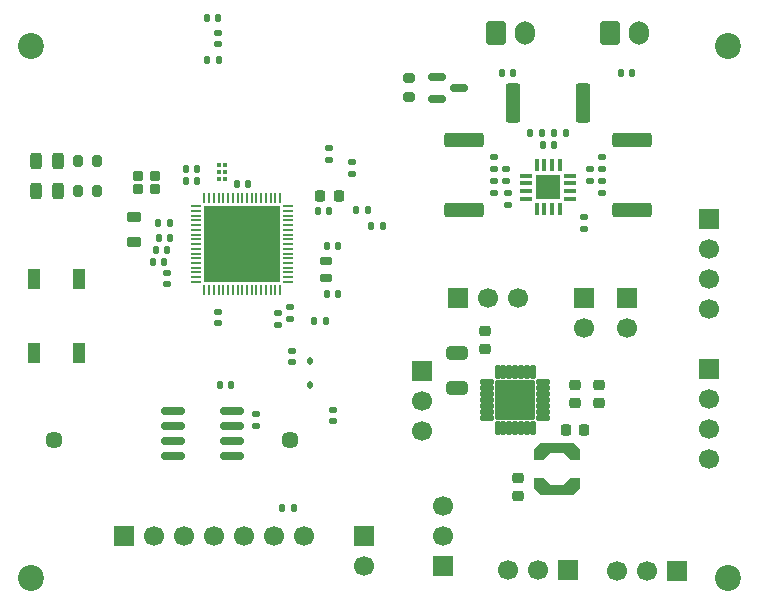
<source format=gts>
G04 #@! TF.GenerationSoftware,KiCad,Pcbnew,9.0.5*
G04 #@! TF.CreationDate,2026-01-12T09:34:54+01:00*
G04 #@! TF.ProjectId,PCB Main,50434220-4d61-4696-9e2e-6b696361645f,rev?*
G04 #@! TF.SameCoordinates,Original*
G04 #@! TF.FileFunction,Soldermask,Top*
G04 #@! TF.FilePolarity,Negative*
%FSLAX46Y46*%
G04 Gerber Fmt 4.6, Leading zero omitted, Abs format (unit mm)*
G04 Created by KiCad (PCBNEW 9.0.5) date 2026-01-12 09:34:54*
%MOMM*%
%LPD*%
G01*
G04 APERTURE LIST*
G04 Aperture macros list*
%AMRoundRect*
0 Rectangle with rounded corners*
0 $1 Rounding radius*
0 $2 $3 $4 $5 $6 $7 $8 $9 X,Y pos of 4 corners*
0 Add a 4 corners polygon primitive as box body*
4,1,4,$2,$3,$4,$5,$6,$7,$8,$9,$2,$3,0*
0 Add four circle primitives for the rounded corners*
1,1,$1+$1,$2,$3*
1,1,$1+$1,$4,$5*
1,1,$1+$1,$6,$7*
1,1,$1+$1,$8,$9*
0 Add four rect primitives between the rounded corners*
20,1,$1+$1,$2,$3,$4,$5,0*
20,1,$1+$1,$4,$5,$6,$7,0*
20,1,$1+$1,$6,$7,$8,$9,0*
20,1,$1+$1,$8,$9,$2,$3,0*%
%AMFreePoly0*
4,1,11,1.015000,1.170000,0.435000,0.575000,0.435000,-0.575000,1.015000,-1.170000,1.015000,-1.945000,0.125000,-1.945000,-0.435000,-1.395000,-0.435000,1.395000,0.125000,1.945000,1.015000,1.945000,1.015000,1.170000,1.015000,1.170000,$1*%
%AMFreePoly1*
4,1,11,0.435000,1.395000,0.435000,-1.395000,-0.125000,-1.945000,-1.015000,-1.945000,-1.015000,-1.170000,-0.435000,-0.575000,-0.435000,0.575000,-1.015000,1.170000,-1.015000,1.945000,-0.125000,1.945000,0.435000,1.395000,0.435000,1.395000,$1*%
G04 Aperture macros list end*
%ADD10RoundRect,0.140000X0.140000X0.170000X-0.140000X0.170000X-0.140000X-0.170000X0.140000X-0.170000X0*%
%ADD11FreePoly0,270.000000*%
%ADD12FreePoly1,270.000000*%
%ADD13RoundRect,0.147500X0.172500X-0.147500X0.172500X0.147500X-0.172500X0.147500X-0.172500X-0.147500X0*%
%ADD14R,1.700000X1.700000*%
%ADD15C,1.700000*%
%ADD16RoundRect,0.140000X0.170000X-0.140000X0.170000X0.140000X-0.170000X0.140000X-0.170000X-0.140000X0*%
%ADD17RoundRect,0.200000X0.200000X0.275000X-0.200000X0.275000X-0.200000X-0.275000X0.200000X-0.275000X0*%
%ADD18RoundRect,0.225000X-0.225000X-0.250000X0.225000X-0.250000X0.225000X0.250000X-0.225000X0.250000X0*%
%ADD19RoundRect,0.218750X0.218750X0.256250X-0.218750X0.256250X-0.218750X-0.256250X0.218750X-0.256250X0*%
%ADD20RoundRect,0.140000X-0.140000X-0.170000X0.140000X-0.170000X0.140000X0.170000X-0.140000X0.170000X0*%
%ADD21RoundRect,0.150000X0.400000X-0.150000X0.400000X0.150000X-0.400000X0.150000X-0.400000X-0.150000X0*%
%ADD22RoundRect,0.135000X-0.135000X-0.185000X0.135000X-0.185000X0.135000X0.185000X-0.135000X0.185000X0*%
%ADD23RoundRect,0.147500X-0.147500X-0.172500X0.147500X-0.172500X0.147500X0.172500X-0.147500X0.172500X0*%
%ADD24RoundRect,0.225000X-0.250000X0.225000X-0.250000X-0.225000X0.250000X-0.225000X0.250000X0.225000X0*%
%ADD25RoundRect,0.135000X0.135000X0.185000X-0.135000X0.185000X-0.135000X-0.185000X0.135000X-0.185000X0*%
%ADD26RoundRect,0.150000X-0.587500X-0.150000X0.587500X-0.150000X0.587500X0.150000X-0.587500X0.150000X0*%
%ADD27RoundRect,0.250000X1.425000X-0.362500X1.425000X0.362500X-1.425000X0.362500X-1.425000X-0.362500X0*%
%ADD28RoundRect,0.135000X0.185000X-0.135000X0.185000X0.135000X-0.185000X0.135000X-0.185000X-0.135000X0*%
%ADD29RoundRect,0.140000X-0.170000X0.140000X-0.170000X-0.140000X0.170000X-0.140000X0.170000X0.140000X0*%
%ADD30RoundRect,0.250000X-0.362500X-1.425000X0.362500X-1.425000X0.362500X1.425000X-0.362500X1.425000X0*%
%ADD31RoundRect,0.250000X-0.600000X-0.750000X0.600000X-0.750000X0.600000X0.750000X-0.600000X0.750000X0*%
%ADD32O,1.700000X2.000000*%
%ADD33C,2.200000*%
%ADD34RoundRect,0.135000X-0.185000X0.135000X-0.185000X-0.135000X0.185000X-0.135000X0.185000X0.135000X0*%
%ADD35RoundRect,0.062500X0.400000X0.062500X-0.400000X0.062500X-0.400000X-0.062500X0.400000X-0.062500X0*%
%ADD36RoundRect,0.062500X0.062500X0.400000X-0.062500X0.400000X-0.062500X-0.400000X0.062500X-0.400000X0*%
%ADD37R,6.400000X6.400000*%
%ADD38RoundRect,0.102000X-0.100000X-0.100000X0.100000X-0.100000X0.100000X0.100000X-0.100000X0.100000X0*%
%ADD39RoundRect,0.059250X0.547750X0.177750X-0.547750X0.177750X-0.547750X-0.177750X0.547750X-0.177750X0*%
%ADD40RoundRect,0.059250X0.177750X0.547750X-0.177750X0.547750X-0.177750X-0.547750X0.177750X-0.547750X0*%
%ADD41RoundRect,0.102000X1.575000X1.575000X-1.575000X1.575000X-1.575000X-1.575000X1.575000X-1.575000X0*%
%ADD42RoundRect,0.250000X-1.425000X0.362500X-1.425000X-0.362500X1.425000X-0.362500X1.425000X0.362500X0*%
%ADD43RoundRect,0.218750X-0.381250X0.218750X-0.381250X-0.218750X0.381250X-0.218750X0.381250X0.218750X0*%
%ADD44RoundRect,0.200000X-0.250000X-0.200000X0.250000X-0.200000X0.250000X0.200000X-0.250000X0.200000X0*%
%ADD45RoundRect,0.150000X-0.825000X-0.150000X0.825000X-0.150000X0.825000X0.150000X-0.825000X0.150000X0*%
%ADD46RoundRect,0.200000X0.275000X-0.200000X0.275000X0.200000X-0.275000X0.200000X-0.275000X-0.200000X0*%
%ADD47RoundRect,0.243750X-0.243750X-0.456250X0.243750X-0.456250X0.243750X0.456250X-0.243750X0.456250X0*%
%ADD48RoundRect,0.112500X0.112500X-0.187500X0.112500X0.187500X-0.112500X0.187500X-0.112500X-0.187500X0*%
%ADD49RoundRect,0.218750X-0.256250X0.218750X-0.256250X-0.218750X0.256250X-0.218750X0.256250X0.218750X0*%
%ADD50R,1.000000X1.700000*%
%ADD51RoundRect,0.087500X-0.425000X-0.087500X0.425000X-0.087500X0.425000X0.087500X-0.425000X0.087500X0*%
%ADD52RoundRect,0.087500X-0.087500X-0.425000X0.087500X-0.425000X0.087500X0.425000X-0.087500X0.425000X0*%
%ADD53R,2.100000X2.100000*%
%ADD54RoundRect,0.250000X0.650000X-0.325000X0.650000X0.325000X-0.650000X0.325000X-0.650000X-0.325000X0*%
%ADD55C,1.446000*%
G04 APERTURE END LIST*
D10*
X57425500Y-46876000D03*
X56465500Y-46876000D03*
D11*
X83615500Y-69241000D03*
D12*
X83615500Y-72771000D03*
D13*
X54924843Y-35049576D03*
X54924843Y-34079576D03*
D14*
X72175534Y-62667040D03*
D15*
X72175534Y-65207040D03*
X72175534Y-67747040D03*
D16*
X64634843Y-66928576D03*
X64634843Y-65968576D03*
D17*
X44676843Y-44940576D03*
X43026843Y-44940576D03*
D18*
X84364500Y-67704000D03*
X85914500Y-67704000D03*
D19*
X65099000Y-47892000D03*
X63524000Y-47892000D03*
D20*
X49848843Y-50147576D03*
X50808843Y-50147576D03*
D21*
X64057500Y-54815000D03*
X64057500Y-53415000D03*
D14*
X89535000Y-56510000D03*
D15*
X89535000Y-59050000D03*
D16*
X86409500Y-46594000D03*
X86409500Y-45634000D03*
D22*
X67865500Y-50432000D03*
X68885500Y-50432000D03*
D23*
X49856500Y-51448000D03*
X50826500Y-51448000D03*
D24*
X87171500Y-63881000D03*
X87171500Y-65431000D03*
D25*
X67615500Y-49035000D03*
X66595500Y-49035000D03*
D26*
X73407000Y-37798000D03*
X73407000Y-39698000D03*
X75282000Y-38748000D03*
D27*
X75741500Y-49076500D03*
X75741500Y-43151500D03*
D16*
X50595500Y-55357000D03*
X50595500Y-54397000D03*
X61136500Y-61961000D03*
X61136500Y-61001000D03*
D28*
X87425500Y-45608000D03*
X87425500Y-44588000D03*
D29*
X79424500Y-47666000D03*
X79424500Y-48626000D03*
D20*
X52147500Y-46622000D03*
X53107500Y-46622000D03*
D22*
X83359500Y-42558000D03*
X84379500Y-42558000D03*
D30*
X79891000Y-40018000D03*
X85816000Y-40018000D03*
D20*
X49607500Y-52464000D03*
X50567500Y-52464000D03*
D16*
X61009500Y-58278000D03*
X61009500Y-57318000D03*
D14*
X96442500Y-62497000D03*
D15*
X96442500Y-65037000D03*
X96442500Y-67577000D03*
X96442500Y-70117000D03*
D29*
X79297500Y-45634000D03*
X79297500Y-46594000D03*
D25*
X82347500Y-42558000D03*
X81327500Y-42558000D03*
D10*
X65045500Y-56147000D03*
X64085500Y-56147000D03*
D14*
X93762843Y-79611576D03*
D15*
X91222843Y-79611576D03*
X88682843Y-79611576D03*
D28*
X78281500Y-45608000D03*
X78281500Y-44588000D03*
D31*
X88067843Y-34078576D03*
D32*
X90567843Y-34078576D03*
D33*
X39066500Y-80192000D03*
X39066500Y-35192000D03*
D34*
X78281500Y-46620000D03*
X78281500Y-47640000D03*
D14*
X46899843Y-76690576D03*
D15*
X49439843Y-76690576D03*
X51979843Y-76690576D03*
X54519843Y-76690576D03*
X57059843Y-76690576D03*
X59599843Y-76690576D03*
X62139843Y-76690576D03*
D34*
X66216500Y-44969000D03*
X66216500Y-45989000D03*
D35*
X60833000Y-55156000D03*
X60833000Y-54756000D03*
X60833000Y-54356000D03*
X60833000Y-53956000D03*
X60833000Y-53556000D03*
X60833000Y-53156000D03*
X60833000Y-52756000D03*
X60833000Y-52356000D03*
X60833000Y-51956000D03*
X60833000Y-51556000D03*
X60833000Y-51156000D03*
X60833000Y-50756000D03*
X60833000Y-50356000D03*
X60833000Y-49956000D03*
X60833000Y-49556000D03*
X60833000Y-49156000D03*
X60833000Y-48756000D03*
D36*
X60145500Y-48068500D03*
X59745500Y-48068500D03*
X59345500Y-48068500D03*
X58945500Y-48068500D03*
X58545500Y-48068500D03*
X58145500Y-48068500D03*
X57745500Y-48068500D03*
X57345500Y-48068500D03*
X56945500Y-48068500D03*
X56545500Y-48068500D03*
X56145500Y-48068500D03*
X55745500Y-48068500D03*
X55345500Y-48068500D03*
X54945500Y-48068500D03*
X54545500Y-48068500D03*
X54145500Y-48068500D03*
X53745500Y-48068500D03*
D35*
X53058000Y-48756000D03*
X53058000Y-49156000D03*
X53058000Y-49556000D03*
X53058000Y-49956000D03*
X53058000Y-50356000D03*
X53058000Y-50756000D03*
X53058000Y-51156000D03*
X53058000Y-51556000D03*
X53058000Y-51956000D03*
X53058000Y-52356000D03*
X53058000Y-52756000D03*
X53058000Y-53156000D03*
X53058000Y-53556000D03*
X53058000Y-53956000D03*
X53058000Y-54356000D03*
X53058000Y-54756000D03*
X53058000Y-55156000D03*
D36*
X53745500Y-55843500D03*
X54145500Y-55843500D03*
X54545500Y-55843500D03*
X54945500Y-55843500D03*
X55345500Y-55843500D03*
X55745500Y-55843500D03*
X56145500Y-55843500D03*
X56545500Y-55843500D03*
X56945500Y-55843500D03*
X57345500Y-55843500D03*
X57745500Y-55843500D03*
X58145500Y-55843500D03*
X58545500Y-55843500D03*
X58945500Y-55843500D03*
X59345500Y-55843500D03*
X59745500Y-55843500D03*
X60145500Y-55843500D03*
D37*
X56945500Y-51956000D03*
D10*
X64283500Y-49162000D03*
X63323500Y-49162000D03*
D38*
X55449500Y-46426000D03*
X55449500Y-45839000D03*
X55449500Y-45252000D03*
X54949500Y-45839000D03*
X54949500Y-46426000D03*
X54949500Y-45252000D03*
D14*
X67219843Y-76685576D03*
D15*
X67219843Y-79225576D03*
D20*
X49353500Y-53480000D03*
X50313500Y-53480000D03*
D34*
X87425500Y-46620000D03*
X87425500Y-47640000D03*
D39*
X82419500Y-66664000D03*
X82419500Y-66164000D03*
X82419500Y-65664000D03*
X82419500Y-65164000D03*
X82419500Y-64664000D03*
X82419500Y-64164000D03*
X82419500Y-63664000D03*
D40*
X81559500Y-62804000D03*
X81059500Y-62804000D03*
X80559500Y-62804000D03*
X80059500Y-62804000D03*
X79559500Y-62804000D03*
X79059500Y-62804000D03*
X78559500Y-62804000D03*
D39*
X77699500Y-63664000D03*
X77699500Y-64164000D03*
X77699500Y-64664000D03*
X77699500Y-65164000D03*
X77699500Y-65664000D03*
X77699500Y-66164000D03*
X77699500Y-66664000D03*
D40*
X78559500Y-67524000D03*
X79059500Y-67524000D03*
X79559500Y-67524000D03*
X80059500Y-67524000D03*
X80559500Y-67524000D03*
X81059500Y-67524000D03*
X81559500Y-67524000D03*
D41*
X80059500Y-65164000D03*
D10*
X83333500Y-43574000D03*
X82373500Y-43574000D03*
X56028500Y-63894000D03*
X55068500Y-63894000D03*
D20*
X53936843Y-32786576D03*
X54896843Y-32786576D03*
D16*
X54913500Y-58659000D03*
X54913500Y-57699000D03*
D25*
X64059500Y-58433000D03*
X63039500Y-58433000D03*
D42*
X89965500Y-43151500D03*
X89965500Y-49076500D03*
D31*
X78415843Y-34078576D03*
D32*
X80915843Y-34078576D03*
D28*
X85901500Y-50688000D03*
X85901500Y-49668000D03*
D20*
X88977500Y-37478000D03*
X89937500Y-37478000D03*
D43*
X47801500Y-49623500D03*
X47801500Y-51748500D03*
D10*
X65045500Y-52083000D03*
X64085500Y-52083000D03*
D44*
X48117500Y-47299000D03*
X49517500Y-47299000D03*
X49517500Y-46199000D03*
X48117500Y-46199000D03*
D28*
X58088500Y-67325000D03*
X58088500Y-66305000D03*
D14*
X84504500Y-79575000D03*
D15*
X81964500Y-79575000D03*
X79424500Y-79575000D03*
D20*
X53996843Y-36330576D03*
X54956843Y-36330576D03*
D45*
X51103500Y-66053000D03*
X51103500Y-67323000D03*
X51103500Y-68593000D03*
X51103500Y-69863000D03*
X56053500Y-69863000D03*
X56053500Y-68593000D03*
X56053500Y-67323000D03*
X56053500Y-66053000D03*
D20*
X60340343Y-74277576D03*
X61300343Y-74277576D03*
D46*
X71029843Y-39542576D03*
X71029843Y-37892576D03*
D14*
X96442500Y-49797000D03*
D15*
X96442500Y-52337000D03*
X96442500Y-54877000D03*
X96442500Y-57417000D03*
D14*
X85852000Y-56510000D03*
D15*
X85852000Y-59050000D03*
D20*
X52147500Y-45606000D03*
X53107500Y-45606000D03*
D33*
X98066500Y-80192000D03*
D47*
X39485343Y-47480576D03*
X41360343Y-47480576D03*
D48*
X62660500Y-63928000D03*
X62660500Y-61828000D03*
D20*
X78944500Y-37478000D03*
X79904500Y-37478000D03*
D14*
X75233500Y-56528000D03*
D15*
X77773500Y-56528000D03*
X80313500Y-56528000D03*
D49*
X85139500Y-63868500D03*
X85139500Y-65443500D03*
D24*
X77519500Y-59309000D03*
X77519500Y-60859000D03*
D47*
X39485343Y-44940576D03*
X41360343Y-44940576D03*
D33*
X98066500Y-35192000D03*
D17*
X44676843Y-47480576D03*
X43026843Y-47480576D03*
D50*
X39284843Y-61171576D03*
X39284843Y-54871576D03*
X43084843Y-61171576D03*
X43084843Y-54871576D03*
D34*
X64257500Y-43792000D03*
X64257500Y-44812000D03*
D24*
X80313500Y-71755000D03*
X80313500Y-73305000D03*
D14*
X73950843Y-79225576D03*
D15*
X73950843Y-76685576D03*
X73950843Y-74145576D03*
D16*
X59993500Y-58786000D03*
X59993500Y-57826000D03*
D51*
X80991000Y-46155000D03*
X80991000Y-46805000D03*
X80991000Y-47455000D03*
X80991000Y-48105000D03*
D52*
X81878500Y-48992500D03*
X82528500Y-48992500D03*
X83178500Y-48992500D03*
X83828500Y-48992500D03*
D51*
X84716000Y-48105000D03*
X84716000Y-47455000D03*
X84716000Y-46805000D03*
X84716000Y-46155000D03*
D52*
X83828500Y-45267500D03*
X83178500Y-45267500D03*
X82528500Y-45267500D03*
X81878500Y-45267500D03*
D53*
X82853500Y-47130000D03*
D54*
X75106500Y-64099000D03*
X75106500Y-61149000D03*
D55*
X60996843Y-68562576D03*
X40996843Y-68562576D03*
M02*

</source>
